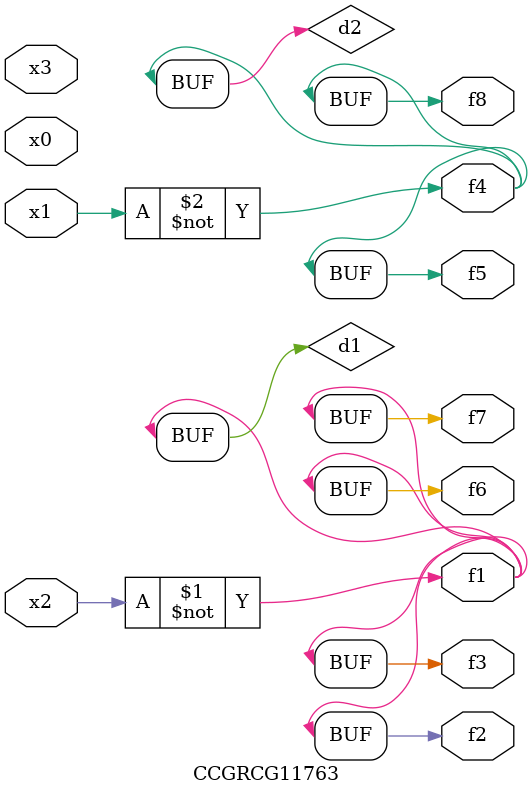
<source format=v>
module CCGRCG11763(
	input x0, x1, x2, x3,
	output f1, f2, f3, f4, f5, f6, f7, f8
);

	wire d1, d2;

	xnor (d1, x2);
	not (d2, x1);
	assign f1 = d1;
	assign f2 = d1;
	assign f3 = d1;
	assign f4 = d2;
	assign f5 = d2;
	assign f6 = d1;
	assign f7 = d1;
	assign f8 = d2;
endmodule

</source>
